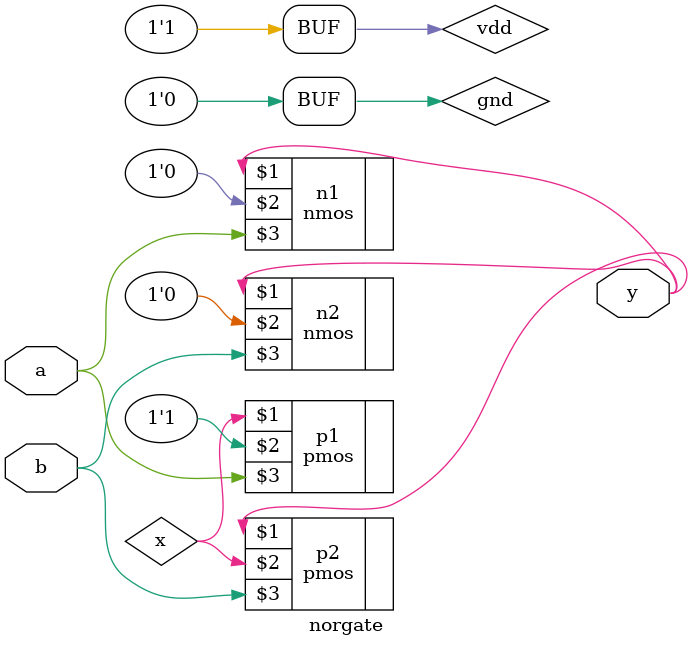
<source format=v>
module norgate(
input a,b,
output y);
supply1 vdd;
supply0 gnd;
wire x;
pmos p1(x,vdd,a);
pmos p2(y,x,b);
nmos n1(y,gnd,a);
nmos n2(y,gnd,b);
endmodule


</source>
